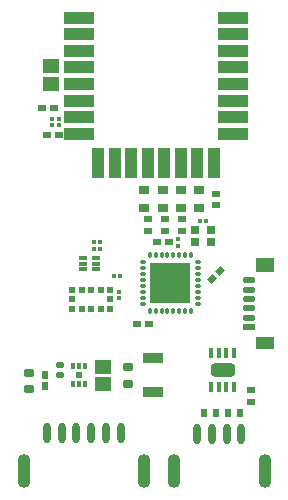
<source format=gts>
G04 Layer_Color=8388736*
%FSLAX44Y44*%
%MOMM*%
G71*
G01*
G75*
G04:AMPARAMS|DCode=13|XSize=0.32mm|YSize=0.36mm|CornerRadius=0.08mm|HoleSize=0mm|Usage=FLASHONLY|Rotation=270.000|XOffset=0mm|YOffset=0mm|HoleType=Round|Shape=RoundedRectangle|*
%AMROUNDEDRECTD13*
21,1,0.3200,0.2000,0,0,270.0*
21,1,0.1600,0.3600,0,0,270.0*
1,1,0.1600,-0.1000,-0.0800*
1,1,0.1600,-0.1000,0.0800*
1,1,0.1600,0.1000,0.0800*
1,1,0.1600,0.1000,-0.0800*
%
%ADD13ROUNDEDRECTD13*%
G04:AMPARAMS|DCode=14|XSize=0.32mm|YSize=0.36mm|CornerRadius=0.08mm|HoleSize=0mm|Usage=FLASHONLY|Rotation=0.000|XOffset=0mm|YOffset=0mm|HoleType=Round|Shape=RoundedRectangle|*
%AMROUNDEDRECTD14*
21,1,0.3200,0.2000,0,0,0.0*
21,1,0.1600,0.3600,0,0,0.0*
1,1,0.1600,0.0800,-0.1000*
1,1,0.1600,-0.0800,-0.1000*
1,1,0.1600,-0.0800,0.1000*
1,1,0.1600,0.0800,0.1000*
%
%ADD14ROUNDEDRECTD14*%
G04:AMPARAMS|DCode=27|XSize=0.6096mm|YSize=0.9144mm|CornerRadius=0.1524mm|HoleSize=0mm|Usage=FLASHONLY|Rotation=270.000|XOffset=0mm|YOffset=0mm|HoleType=Round|Shape=RoundedRectangle|*
%AMROUNDEDRECTD27*
21,1,0.6096,0.6096,0,0,270.0*
21,1,0.3048,0.9144,0,0,270.0*
1,1,0.3048,-0.3048,-0.1524*
1,1,0.3048,-0.3048,0.1524*
1,1,0.3048,0.3048,0.1524*
1,1,0.3048,0.3048,-0.1524*
%
%ADD27ROUNDEDRECTD27*%
G04:AMPARAMS|DCode=29|XSize=0.508mm|YSize=0.6096mm|CornerRadius=0.127mm|HoleSize=0mm|Usage=FLASHONLY|Rotation=270.000|XOffset=0mm|YOffset=0mm|HoleType=Round|Shape=RoundedRectangle|*
%AMROUNDEDRECTD29*
21,1,0.5080,0.3556,0,0,270.0*
21,1,0.2540,0.6096,0,0,270.0*
1,1,0.2540,-0.1778,-0.1270*
1,1,0.2540,-0.1778,0.1270*
1,1,0.2540,0.1778,0.1270*
1,1,0.2540,0.1778,-0.1270*
%
%ADD29ROUNDEDRECTD29*%
%ADD59R,0.6508X0.5508*%
%ADD62R,0.7808X0.4008*%
%ADD63R,0.5508X0.5508*%
%ADD64R,0.5508X0.5508*%
%ADD65R,0.9652X0.6604*%
%ADD66R,0.6604X0.5588*%
%ADD67R,0.8008X0.6508*%
G04:AMPARAMS|DCode=68|XSize=0.5508mm|YSize=0.6508mm|CornerRadius=0mm|HoleSize=0mm|Usage=FLASHONLY|Rotation=135.000|XOffset=0mm|YOffset=0mm|HoleType=Round|Shape=Rectangle|*
%AMROTATEDRECTD68*
4,1,4,0.4248,0.0353,-0.0353,-0.4248,-0.4248,-0.0353,0.0353,0.4248,0.4248,0.0353,0.0*
%
%ADD68ROTATEDRECTD68*%

%ADD69R,1.5508X1.0508*%
%ADD70R,1.0508X0.5508*%
G04:AMPARAMS|DCode=71|XSize=0.5508mm|YSize=1.0508mm|CornerRadius=0.2754mm|HoleSize=0mm|Usage=FLASHONLY|Rotation=270.000|XOffset=0mm|YOffset=0mm|HoleType=Round|Shape=RoundedRectangle|*
%AMROUNDEDRECTD71*
21,1,0.5508,0.5000,0,0,270.0*
21,1,0.0000,1.0508,0,0,270.0*
1,1,0.5508,-0.2500,0.0000*
1,1,0.5508,-0.2500,0.0000*
1,1,0.5508,0.2500,0.0000*
1,1,0.5508,0.2500,0.0000*
%
%ADD71ROUNDEDRECTD71*%
%ADD72R,1.5508X1.2508*%
%ADD73R,0.5588X0.6604*%
%ADD75R,1.4508X1.1508*%
%ADD77R,0.5588X0.5588*%
%ADD78R,0.3048X0.6096*%
%ADD79R,0.5508X0.6508*%
G04:AMPARAMS|DCode=80|XSize=0.6604mm|YSize=1.7526mm|CornerRadius=0.3302mm|HoleSize=0mm|Usage=FLASHONLY|Rotation=0.000|XOffset=0mm|YOffset=0mm|HoleType=Round|Shape=RoundedRectangle|*
%AMROUNDEDRECTD80*
21,1,0.6604,1.0922,0,0,0.0*
21,1,0.0000,1.7526,0,0,0.0*
1,1,0.6604,0.0000,-0.5461*
1,1,0.6604,0.0000,-0.5461*
1,1,0.6604,0.0000,0.5461*
1,1,0.6604,0.0000,0.5461*
%
%ADD80ROUNDEDRECTD80*%
G04:AMPARAMS|DCode=81|XSize=2.8702mm|YSize=1.0668mm|CornerRadius=0.5334mm|HoleSize=0mm|Usage=FLASHONLY|Rotation=90.000|XOffset=0mm|YOffset=0mm|HoleType=Round|Shape=RoundedRectangle|*
%AMROUNDEDRECTD81*
21,1,2.8702,0.0000,0,0,90.0*
21,1,1.8034,1.0668,0,0,90.0*
1,1,1.0668,0.0000,0.9017*
1,1,1.0668,0.0000,-0.9017*
1,1,1.0668,0.0000,-0.9017*
1,1,1.0668,0.0000,0.9017*
%
%ADD81ROUNDEDRECTD81*%
%ADD82R,0.3508X0.9008*%
%ADD83R,1.6510X0.9652*%
%ADD84R,3.5008X3.5008*%
%ADD85O,0.6508X0.3508*%
%ADD86O,0.3508X0.6508*%
%ADD87R,2.5500X1.1000*%
%ADD88R,1.1000X2.5500*%
G04:AMPARAMS|DCode=89|XSize=2.0508mm|YSize=1.1508mm|CornerRadius=0.3004mm|HoleSize=0mm|Usage=FLASHONLY|Rotation=0.000|XOffset=0mm|YOffset=0mm|HoleType=Round|Shape=RoundedRectangle|*
%AMROUNDEDRECTD89*
21,1,2.0508,0.5500,0,0,0.0*
21,1,1.4500,1.1508,0,0,0.0*
1,1,0.6008,0.7250,-0.2750*
1,1,0.6008,-0.7250,-0.2750*
1,1,0.6008,-0.7250,0.2750*
1,1,0.6008,0.7250,0.2750*
%
%ADD89ROUNDEDRECTD89*%
D13*
X475000Y1504300D02*
D03*
X475000Y1498700D02*
D03*
X525000Y1543200D02*
D03*
X525000Y1548800D02*
D03*
X418000Y1650550D02*
D03*
X418000Y1644950D02*
D03*
X424000Y1650550D02*
D03*
X424000Y1644950D02*
D03*
D14*
X470450Y1517500D02*
D03*
X476050D02*
D03*
X459050Y1546250D02*
D03*
X453450Y1546250D02*
D03*
X459050Y1540000D02*
D03*
X453450Y1540000D02*
D03*
X543200Y1564000D02*
D03*
X548800Y1564000D02*
D03*
D27*
X482750Y1426000D02*
D03*
X482750Y1440000D02*
D03*
X399000Y1435500D02*
D03*
X399000Y1421500D02*
D03*
D29*
X424750Y1441750D02*
D03*
X424750Y1433750D02*
D03*
D59*
X424000Y1637000D02*
D03*
X414000Y1637000D02*
D03*
X420000Y1659750D02*
D03*
X410000Y1659750D02*
D03*
X500250Y1477000D02*
D03*
X490250D02*
D03*
X507250Y1546000D02*
D03*
X517250Y1546000D02*
D03*
D62*
X455350Y1523000D02*
D03*
Y1528000D02*
D03*
Y1533000D02*
D03*
X444650Y1523000D02*
D03*
Y1528000D02*
D03*
Y1533000D02*
D03*
D63*
X467250Y1489750D02*
D03*
X459250Y1489750D02*
D03*
X451250D02*
D03*
X443250Y1489750D02*
D03*
X435250Y1489750D02*
D03*
X435250Y1505750D02*
D03*
X443250D02*
D03*
X451250Y1505750D02*
D03*
X459250Y1505750D02*
D03*
X467250Y1505750D02*
D03*
D64*
X435250Y1497750D02*
D03*
X467250Y1497750D02*
D03*
D65*
X495750Y1575250D02*
D03*
Y1590370D02*
D03*
X511750Y1575250D02*
D03*
Y1590370D02*
D03*
X527250Y1575250D02*
D03*
Y1590370D02*
D03*
X542500Y1575250D02*
D03*
Y1590370D02*
D03*
D66*
X556750Y1577170D02*
D03*
X556750Y1587250D02*
D03*
X527750Y1565580D02*
D03*
Y1555500D02*
D03*
X513750Y1565830D02*
D03*
Y1555750D02*
D03*
X499500Y1565580D02*
D03*
Y1555500D02*
D03*
X586250Y1410750D02*
D03*
X586250Y1420830D02*
D03*
D67*
X539000Y1546500D02*
D03*
Y1556500D02*
D03*
X552500Y1546500D02*
D03*
X552500Y1556500D02*
D03*
D68*
X553464Y1514714D02*
D03*
X560536Y1521786D02*
D03*
D69*
X598648Y1461000D02*
D03*
D70*
X584500Y1474000D02*
D03*
D71*
X584500Y1482000D02*
D03*
X584500Y1490000D02*
D03*
X584500Y1498000D02*
D03*
Y1506000D02*
D03*
X584500Y1514000D02*
D03*
D72*
X598648Y1527000D02*
D03*
D73*
X546750Y1401250D02*
D03*
X556830Y1401250D02*
D03*
X566750Y1401500D02*
D03*
X576830Y1401500D02*
D03*
D75*
X461250Y1425750D02*
D03*
X461250Y1440750D02*
D03*
X417250Y1680250D02*
D03*
X417250Y1695250D02*
D03*
D77*
X440750Y1433500D02*
D03*
D78*
X435750Y1440866D02*
D03*
X440750Y1440866D02*
D03*
X445830Y1440866D02*
D03*
X445830Y1426200D02*
D03*
X440750Y1426200D02*
D03*
X435750Y1426200D02*
D03*
D79*
X412250Y1434000D02*
D03*
X412250Y1424000D02*
D03*
D80*
X578500Y1383750D02*
D03*
X566000D02*
D03*
X553400Y1383750D02*
D03*
X540954Y1383750D02*
D03*
X476250Y1384250D02*
D03*
X463750D02*
D03*
X451250Y1384250D02*
D03*
X438650Y1384250D02*
D03*
X426204Y1384250D02*
D03*
X413504Y1384250D02*
D03*
D81*
X598000Y1352250D02*
D03*
X521396Y1352250D02*
D03*
X495750Y1352750D02*
D03*
X394200Y1352750D02*
D03*
D82*
X552750Y1423600D02*
D03*
X559250Y1423600D02*
D03*
X565750D02*
D03*
X572250Y1423600D02*
D03*
X552750Y1452000D02*
D03*
X559250Y1452000D02*
D03*
X565750Y1452000D02*
D03*
X572250Y1452000D02*
D03*
D83*
X503750Y1419018D02*
D03*
X503750Y1448250D02*
D03*
D84*
X518276Y1511450D02*
D03*
D85*
X541776Y1528950D02*
D03*
Y1523950D02*
D03*
Y1518950D02*
D03*
Y1513950D02*
D03*
X541776Y1508950D02*
D03*
X541776Y1503950D02*
D03*
X541776Y1498950D02*
D03*
X541776Y1493950D02*
D03*
X494776D02*
D03*
X494776Y1498950D02*
D03*
X494776Y1503950D02*
D03*
X494776Y1508950D02*
D03*
X494776Y1513950D02*
D03*
X494776Y1518950D02*
D03*
X494776Y1523950D02*
D03*
X494776Y1528950D02*
D03*
D86*
X535776Y1487950D02*
D03*
X530776Y1487950D02*
D03*
X525776Y1487950D02*
D03*
X520776Y1487950D02*
D03*
X515776D02*
D03*
X510776Y1487950D02*
D03*
X505776Y1487950D02*
D03*
X500776Y1487950D02*
D03*
X500776Y1534950D02*
D03*
X505776D02*
D03*
X510776Y1534950D02*
D03*
X515776Y1534950D02*
D03*
X520776Y1534950D02*
D03*
X525776Y1534950D02*
D03*
X530776Y1534950D02*
D03*
X535776D02*
D03*
D87*
X441000Y1666000D02*
D03*
Y1652000D02*
D03*
Y1680000D02*
D03*
Y1694000D02*
D03*
Y1708000D02*
D03*
Y1736000D02*
D03*
Y1722000D02*
D03*
Y1638000D02*
D03*
X571000D02*
D03*
Y1722000D02*
D03*
Y1736000D02*
D03*
Y1708000D02*
D03*
Y1694000D02*
D03*
Y1680000D02*
D03*
Y1652000D02*
D03*
Y1666000D02*
D03*
D88*
X555000Y1613000D02*
D03*
X471000D02*
D03*
X457000D02*
D03*
X485000D02*
D03*
X499000D02*
D03*
X513000D02*
D03*
X541000D02*
D03*
X527000D02*
D03*
D89*
X562500Y1437800D02*
D03*
M02*

</source>
